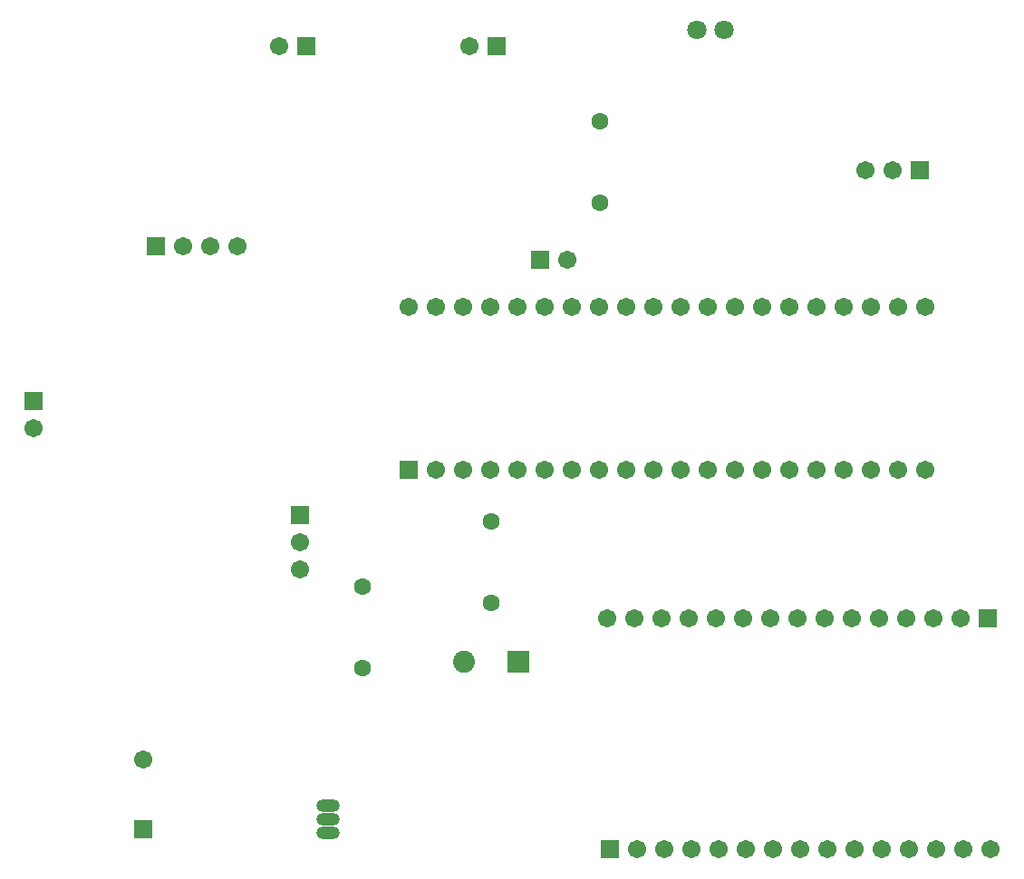
<source format=gbs>
G04 Layer_Color=16711935*
%FSLAX25Y25*%
%MOIN*%
G70*
G01*
G75*
%ADD20C,0.06706*%
%ADD21R,0.06706X0.06706*%
%ADD22C,0.08083*%
%ADD23R,0.08083X0.08083*%
%ADD24R,0.06706X0.06706*%
%ADD25C,0.06312*%
%ADD26O,0.08674X0.04737*%
%ADD27O,0.08674X0.04737*%
%ADD28C,0.07099*%
D20*
X226500Y498000D02*
D03*
X281500Y565000D02*
D03*
X291500D02*
D03*
X301500D02*
D03*
X324500Y446000D02*
D03*
Y456000D02*
D03*
X266945Y376024D02*
D03*
X387000Y638500D02*
D03*
X448500Y343000D02*
D03*
X458500D02*
D03*
X468500D02*
D03*
X478500D02*
D03*
X488500D02*
D03*
X498500D02*
D03*
X508500D02*
D03*
X518500D02*
D03*
X528500D02*
D03*
X538500D02*
D03*
X548500D02*
D03*
X558500D02*
D03*
X568500D02*
D03*
X578500D02*
D03*
X567500Y428000D02*
D03*
X557500D02*
D03*
X547500D02*
D03*
X537500D02*
D03*
X527500D02*
D03*
X517500D02*
D03*
X507500D02*
D03*
X497500D02*
D03*
X487500D02*
D03*
X477500D02*
D03*
X467500D02*
D03*
X457500D02*
D03*
X447500D02*
D03*
X437500D02*
D03*
X317000Y638500D02*
D03*
X554500Y542500D02*
D03*
X544500D02*
D03*
X534500D02*
D03*
X524500D02*
D03*
X514500D02*
D03*
X504500D02*
D03*
X494500D02*
D03*
X484500D02*
D03*
X474500D02*
D03*
X464500D02*
D03*
X454500D02*
D03*
X444500D02*
D03*
X434500D02*
D03*
X424500D02*
D03*
X414500D02*
D03*
X404500D02*
D03*
X394500D02*
D03*
X384500D02*
D03*
X374500D02*
D03*
X364500D02*
D03*
X554500Y482500D02*
D03*
X544500D02*
D03*
X534500D02*
D03*
X524500D02*
D03*
X514500D02*
D03*
X504500D02*
D03*
X494500D02*
D03*
X484500D02*
D03*
X474500D02*
D03*
X464500D02*
D03*
X454500D02*
D03*
X444500D02*
D03*
X434500D02*
D03*
X424500D02*
D03*
X414500D02*
D03*
X404500D02*
D03*
X394500D02*
D03*
X384500D02*
D03*
X374500D02*
D03*
X532500Y593000D02*
D03*
X542500D02*
D03*
X423000Y560000D02*
D03*
D21*
X226500Y508000D02*
D03*
X324500Y466000D02*
D03*
X266945Y350433D02*
D03*
X364500Y482500D02*
D03*
D22*
X385000Y412000D02*
D03*
D23*
X405000D02*
D03*
D24*
X271500Y565000D02*
D03*
X397000Y638500D02*
D03*
X438500Y343000D02*
D03*
X577500Y428000D02*
D03*
X327000Y638500D02*
D03*
X552500Y593000D02*
D03*
X413000Y560000D02*
D03*
D25*
X395000Y463500D02*
D03*
Y433500D02*
D03*
X347500Y409500D02*
D03*
Y439500D02*
D03*
X435000Y581000D02*
D03*
Y611000D02*
D03*
D26*
X335000Y359000D02*
D03*
D27*
Y354000D02*
D03*
Y349000D02*
D03*
D28*
X480500Y644500D02*
D03*
X470500D02*
D03*
M02*

</source>
